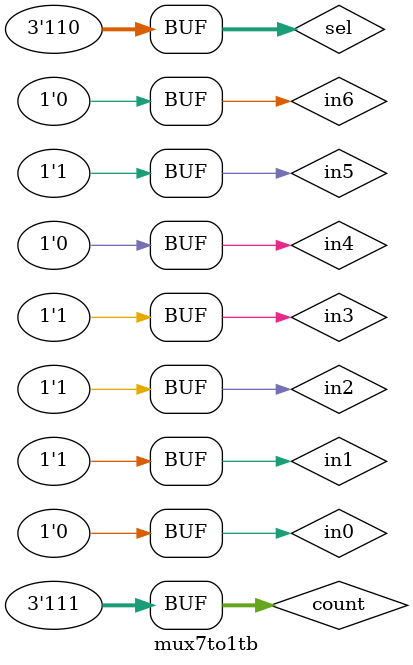
<source format=v>
`timescale 1ns / 10ps

module mux7to1tb;
  reg in0;
  reg in1;
  reg in2;
  reg in3;
  reg in4;
  reg in5;
  reg in6;
  reg [2:0] sel;
  
  wire z;
  
  reg [2:0] count = 3'd0;
  
  mux7to1 uut (.in0(in0), .in1(in1), .in2(in2), .in3(in3), .in4(in4), .in5(in5), .in6(in6), .sel(sel), .z(z));

  initial begin
    in0 = 0;
    in1 = 0;
    in2 = 0;
    in3 = 0;
    in4 = 0;
    in5 = 0;
    in6 = 0;
    sel = 0;
  
    #100
  
    in0 = 2'b00;
    in1 = 2'b01;
    in2 = 2'b11;
    in3 = 2'b11;
    in4 = 2'b10;
    in5 = 2'b01;
    in6 = 2'b10;
  
    for (count = 0; count < 7; count = count + 1'b1)
    begin
      sel = count;
    
      #20;
    end
  end
endmodule
</source>
